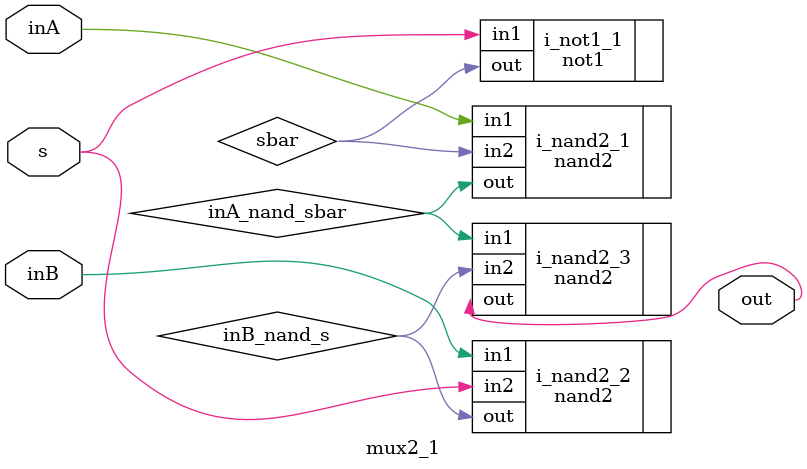
<source format=v>
/*
    CS/ECE 552 Spring '22
    Homework #1, Problem 1

    2-1 mux template
*/
module mux2_1(out, inA, inB, s);
    output  out;
    input   inA, inB;
    input   s;

    // YOUR CODE HERE
	wire sbar;								// store inverted select input
	wire inA_nand_sbar, inB_nand_s;			// store 1st level nand results
	
	// 2:1 mux that output inA when s = 0, and output inB when s = 1
	not1 i_not1_1(.out(sbar), .in1(s));											// sbar = ~s
	nand2 i_nand2_1(.out(inA_nand_sbar), .in1(inA), .in2(sbar));				// inA_nand_sbar = ~(inA * ~s)
	nand2 i_nand2_2(.out(inB_nand_s), .in1(inB), .in2(s));						// inB_nand_s = ~(inB * s)
	nand2 i_nand2_3(.out(out), .in1(inA_nand_sbar), .in2(inB_nand_s));			// out = inA * ~s + inB *s
	
endmodule

</source>
